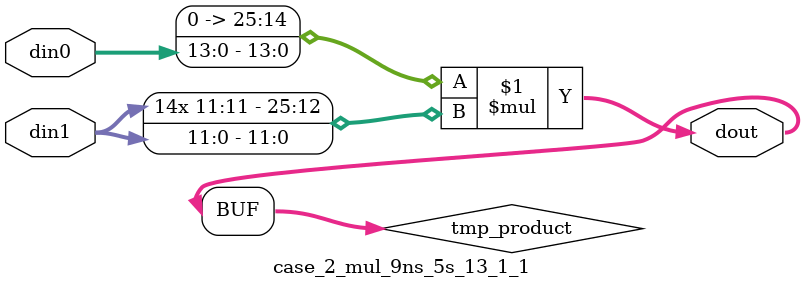
<source format=v>

`timescale 1 ns / 1 ps

 (* use_dsp = "no" *)  module case_2_mul_9ns_5s_13_1_1(din0, din1, dout);
parameter ID = 1;
parameter NUM_STAGE = 0;
parameter din0_WIDTH = 14;
parameter din1_WIDTH = 12;
parameter dout_WIDTH = 26;

input [din0_WIDTH - 1 : 0] din0; 
input [din1_WIDTH - 1 : 0] din1; 
output [dout_WIDTH - 1 : 0] dout;

wire signed [dout_WIDTH - 1 : 0] tmp_product;

























assign tmp_product = $signed({1'b0, din0}) * $signed(din1);










assign dout = tmp_product;





















endmodule

</source>
